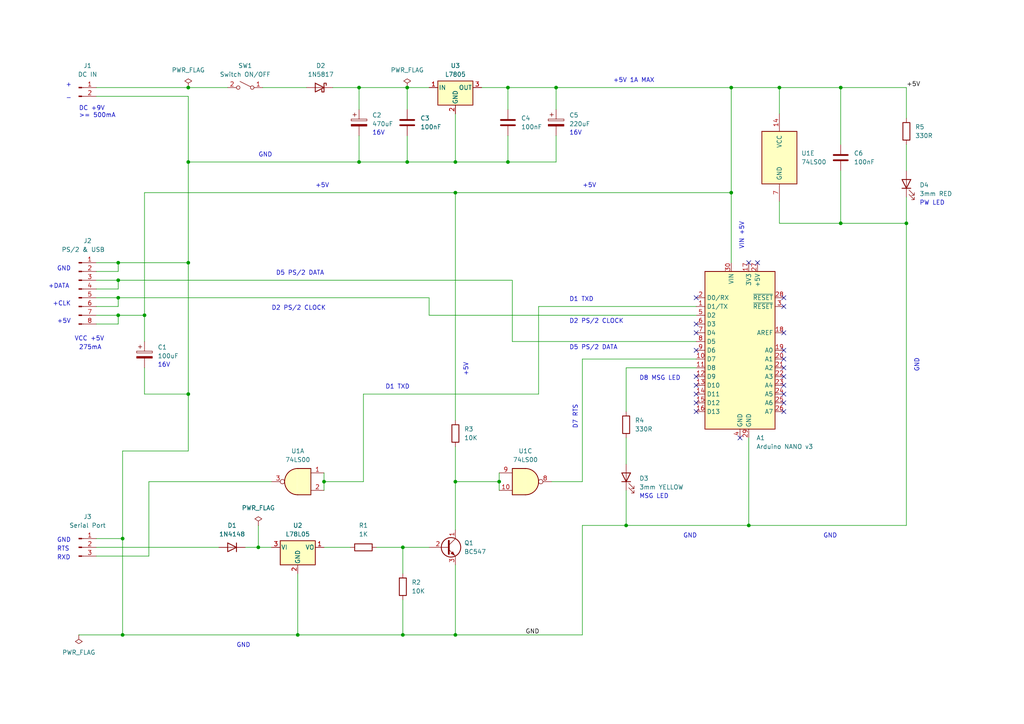
<source format=kicad_sch>
(kicad_sch (version 20230121) (generator eeschema)
  (paper "A4")
  (title_block (title "PS/2 Mouse to Serial Port Adapter") (date "2023-08-28") (rev "6") (company "Cesar Rincon") (comment 1 "NightFox & Co.") (comment 2 "nightfoxandco.com") (comment 3 "contact@nightfoxandco.com") (comment 4 "\"In-a-box\" version"))
  (lib_symbols
    (symbol "74xx:74LS00" (pin_names (offset 1.016))
      (property "Reference" "U" (at 0 1.27 0))
      (property "Value" "74LS00" (at 0 -1.27 0))
      (symbol "74LS00_1_1"
        (arc (start 0 -3.81) (mid 3.7934 0) (end 0 3.81) (stroke (width 0.254)) (fill (type background)))
        (polyline (pts (xy 0 3.81) (xy -3.81 3.81) (xy -3.81 -3.81) (xy 0 -3.81)) (stroke (width 0.254)) (fill (type background)))
        (pin input line (at -7.62 2.54 0) (length 3.81) (name "~") (number "1"))
        (pin input line (at -7.62 -2.54 0) (length 3.81) (name "~") (number "2"))
        (pin output inverted (at 7.62 0 180) (length 3.81) (name "~") (number "3"))
      )
      (symbol "74LS00_1_2"
        (arc (start -3.81 -3.81) (mid -2.589 0) (end -3.81 3.81) (stroke (width 0.254)))
        (arc (start -0.6096 -3.81) (mid 2.1842 -2.5851) (end 3.81 0) (stroke (width 0.254)) (fill (type background)))
        (polyline (pts (xy -3.81 -3.81) (xy -0.635 -3.81)) (stroke (width 0.254)) (fill (type background)))
        (polyline (pts (xy -3.81 3.81) (xy -0.635 3.81)) (stroke (width 0.254)) (fill (type background)))
        (polyline (pts (xy -0.635 3.81) (xy -3.81 3.81) (xy -3.81 3.81) (xy -3.556 3.4036) (xy -3.0226 2.2606) (xy -2.6924 1.0414) (xy -2.6162 -0.254) (xy -2.7686 -1.4986) (xy -3.175 -2.7178) (xy -3.81 -3.81) (xy -3.81 -3.81) (xy -0.635 -3.81)) (stroke (width -25.4)) (fill (type background)))
        (arc (start 3.81 0) (mid 2.1915 2.5936) (end -0.6096 3.81) (stroke (width 0.254)) (fill (type background)))
        (pin input inverted (at -7.62 2.54 0) (length 4.318) (name "~") (number "1"))
        (pin input inverted (at -7.62 -2.54 0) (length 4.318) (name "~") (number "2"))
        (pin output line (at 7.62 0 180) (length 3.81) (name "~") (number "3"))
      )
      (symbol "74LS00_2_1"
        (arc (start 0 -3.81) (mid 3.7934 0) (end 0 3.81) (stroke (width 0.254)) (fill (type background)))
        (polyline (pts (xy 0 3.81) (xy -3.81 3.81) (xy -3.81 -3.81) (xy 0 -3.81)) (stroke (width 0.254)) (fill (type background)))
        (pin input line (at -7.62 2.54 0) (length 3.81) (name "~") (number "4"))
        (pin input line (at -7.62 -2.54 0) (length 3.81) (name "~") (number "5"))
        (pin output inverted (at 7.62 0 180) (length 3.81) (name "~") (number "6"))
      )
      (symbol "74LS00_2_2"
        (arc (start -3.81 -3.81) (mid -2.589 0) (end -3.81 3.81) (stroke (width 0.254)))
        (arc (start -0.6096 -3.81) (mid 2.1842 -2.5851) (end 3.81 0) (stroke (width 0.254)) (fill (type background)))
        (polyline (pts (xy -3.81 -3.81) (xy -0.635 -3.81)) (stroke (width 0.254)) (fill (type background)))
        (polyline (pts (xy -3.81 3.81) (xy -0.635 3.81)) (stroke (width 0.254)) (fill (type background)))
        (polyline (pts (xy -0.635 3.81) (xy -3.81 3.81) (xy -3.81 3.81) (xy -3.556 3.4036) (xy -3.0226 2.2606) (xy -2.6924 1.0414) (xy -2.6162 -0.254) (xy -2.7686 -1.4986) (xy -3.175 -2.7178) (xy -3.81 -3.81) (xy -3.81 -3.81) (xy -0.635 -3.81)) (stroke (width -25.4)) (fill (type background)))
        (arc (start 3.81 0) (mid 2.1915 2.5936) (end -0.6096 3.81) (stroke (width 0.254)) (fill (type background)))
        (pin input inverted (at -7.62 2.54 0) (length 4.318) (name "~") (number "4"))
        (pin input inverted (at -7.62 -2.54 0) (length 4.318) (name "~") (number "5"))
        (pin output line (at 7.62 0 180) (length 3.81) (name "~") (number "6"))
      )
      (symbol "74LS00_3_1"
        (arc (start 0 -3.81) (mid 3.7934 0) (end 0 3.81) (stroke (width 0.254)) (fill (type background)))
        (polyline (pts (xy 0 3.81) (xy -3.81 3.81) (xy -3.81 -3.81) (xy 0 -3.81)) (stroke (width 0.254)) (fill (type background)))
        (pin input line (at -7.62 -2.54 0) (length 3.81) (name "~") (number "10"))
        (pin output inverted (at 7.62 0 180) (length 3.81) (name "~") (number "8"))
        (pin input line (at -7.62 2.54 0) (length 3.81) (name "~") (number "9"))
      )
      (symbol "74LS00_3_2"
        (arc (start -3.81 -3.81) (mid -2.589 0) (end -3.81 3.81) (stroke (width 0.254)))
        (arc (start -0.6096 -3.81) (mid 2.1842 -2.5851) (end 3.81 0) (stroke (width 0.254)) (fill (type background)))
        (polyline (pts (xy -3.81 -3.81) (xy -0.635 -3.81)) (stroke (width 0.254)) (fill (type background)))
        (polyline (pts (xy -3.81 3.81) (xy -0.635 3.81)) (stroke (width 0.254)) (fill (type background)))
        (polyline (pts (xy -0.635 3.81) (xy -3.81 3.81) (xy -3.81 3.81) (xy -3.556 3.4036) (xy -3.0226 2.2606) (xy -2.6924 1.0414) (xy -2.6162 -0.254) (xy -2.7686 -1.4986) (xy -3.175 -2.7178) (xy -3.81 -3.81) (xy -3.81 -3.81) (xy -0.635 -3.81)) (stroke (width -25.4)) (fill (type background)))
        (arc (start 3.81 0) (mid 2.1915 2.5936) (end -0.6096 3.81) (stroke (width 0.254)) (fill (type background)))
        (pin input inverted (at -7.62 -2.54 0) (length 4.318) (name "~") (number "10"))
        (pin output line (at 7.62 0 180) (length 3.81) (name "~") (number "8"))
        (pin input inverted (at -7.62 2.54 0) (length 4.318) (name "~") (number "9"))
      )
      (symbol "74LS00_4_1"
        (arc (start 0 -3.81) (mid 3.7934 0) (end 0 3.81) (stroke (width 0.254)) (fill (type background)))
        (polyline (pts (xy 0 3.81) (xy -3.81 3.81) (xy -3.81 -3.81) (xy 0 -3.81)) (stroke (width 0.254)) (fill (type background)))
        (pin output inverted (at 7.62 0 180) (length 3.81) (name "~") (number "11"))
        (pin input line (at -7.62 2.54 0) (length 3.81) (name "~") (number "12"))
        (pin input line (at -7.62 -2.54 0) (length 3.81) (name "~") (number "13"))
      )
      (symbol "74LS00_4_2"
        (arc (start -3.81 -3.81) (mid -2.589 0) (end -3.81 3.81) (stroke (width 0.254)))
        (arc (start -0.6096 -3.81) (mid 2.1842 -2.5851) (end 3.81 0) (stroke (width 0.254)) (fill (type background)))
        (polyline (pts (xy -3.81 -3.81) (xy -0.635 -3.81)) (stroke (width 0.254)) (fill (type background)))
        (polyline (pts (xy -3.81 3.81) (xy -0.635 3.81)) (stroke (width 0.254)) (fill (type background)))
        (polyline (pts (xy -0.635 3.81) (xy -3.81 3.81) (xy -3.81 3.81) (xy -3.556 3.4036) (xy -3.0226 2.2606) (xy -2.6924 1.0414) (xy -2.6162 -0.254) (xy -2.7686 -1.4986) (xy -3.175 -2.7178) (xy -3.81 -3.81) (xy -3.81 -3.81) (xy -0.635 -3.81)) (stroke (width -25.4)) (fill (type background)))
        (arc (start 3.81 0) (mid 2.1915 2.5936) (end -0.6096 3.81) (stroke (width 0.254)) (fill (type background)))
        (pin output line (at 7.62 0 180) (length 3.81) (name "~") (number "11"))
        (pin input inverted (at -7.62 2.54 0) (length 4.318) (name "~") (number "12"))
        (pin input inverted (at -7.62 -2.54 0) (length 4.318) (name "~") (number "13"))
      )
      (symbol "74LS00_5_0"
        (pin power_in line (at 0 12.7 270) (length 5.08) (name "VCC") (number "14"))
        (pin power_in line (at 0 -12.7 90) (length 5.08) (name "GND") (number "7"))
      )
      (symbol "74LS00_5_1"
        (rectangle (start -5.08 7.62) (end 5.08 -7.62) (stroke (width 0.254)) (fill (type background)))
      )
    )
    (symbol "Connector:Conn_01x02_Pin" (pin_names (offset 1.016) hide)
      (property "Reference" "J" (at 0 2.54 0))
      (property "Value" "Conn_01x02_Pin" (at 0 -5.08 0))
      (symbol "Conn_01x02_Pin_1_1"
        (polyline (pts (xy 1.27 -2.54) (xy 0.8636 -2.54)) (stroke (width 0.1524)))
        (polyline (pts (xy 1.27 0) (xy 0.8636 0)) (stroke (width 0.1524)))
        (rectangle (start 0.8636 -2.413) (end 0 -2.667) (stroke (width 0.1524)) (fill (type outline)))
        (rectangle (start 0.8636 0.127) (end 0 -0.127) (stroke (width 0.1524)) (fill (type outline)))
        (pin passive line (at 5.08 0 180) (length 3.81) (name "Pin_1") (number "1"))
        (pin passive line (at 5.08 -2.54 180) (length 3.81) (name "Pin_2") (number "2"))
      )
    )
    (symbol "Connector:Conn_01x03_Pin" (pin_names (offset 1.016) hide)
      (property "Reference" "J" (at 0 5.08 0))
      (property "Value" "Conn_01x03_Pin" (at 0 -5.08 0))
      (symbol "Conn_01x03_Pin_1_1"
        (polyline (pts (xy 1.27 -2.54) (xy 0.8636 -2.54)) (stroke (width 0.1524)))
        (polyline (pts (xy 1.27 0) (xy 0.8636 0)) (stroke (width 0.1524)))
        (polyline (pts (xy 1.27 2.54) (xy 0.8636 2.54)) (stroke (width 0.1524)))
        (rectangle (start 0.8636 -2.413) (end 0 -2.667) (stroke (width 0.1524)) (fill (type outline)))
        (rectangle (start 0.8636 0.127) (end 0 -0.127) (stroke (width 0.1524)) (fill (type outline)))
        (rectangle (start 0.8636 2.667) (end 0 2.413) (stroke (width 0.1524)) (fill (type outline)))
        (pin passive line (at 5.08 2.54 180) (length 3.81) (name "Pin_1") (number "1"))
        (pin passive line (at 5.08 0 180) (length 3.81) (name "Pin_2") (number "2"))
        (pin passive line (at 5.08 -2.54 180) (length 3.81) (name "Pin_3") (number "3"))
      )
    )
    (symbol "Connector:Conn_01x08_Pin" (pin_names (offset 1.016) hide)
      (property "Reference" "J" (at 0 10.16 0))
      (property "Value" "Conn_01x08_Pin" (at 0 -12.7 0))
      (symbol "Conn_01x08_Pin_1_1"
        (polyline (pts (xy 1.27 -10.16) (xy 0.8636 -10.16)) (stroke (width 0.1524)))
        (polyline (pts (xy 1.27 -7.62) (xy 0.8636 -7.62)) (stroke (width 0.1524)))
        (polyline (pts (xy 1.27 -5.08) (xy 0.8636 -5.08)) (stroke (width 0.1524)))
        (polyline (pts (xy 1.27 -2.54) (xy 0.8636 -2.54)) (stroke (width 0.1524)))
        (polyline (pts (xy 1.27 0) (xy 0.8636 0)) (stroke (width 0.1524)))
        (polyline (pts (xy 1.27 2.54) (xy 0.8636 2.54)) (stroke (width 0.1524)))
        (polyline (pts (xy 1.27 5.08) (xy 0.8636 5.08)) (stroke (width 0.1524)))
        (polyline (pts (xy 1.27 7.62) (xy 0.8636 7.62)) (stroke (width 0.1524)))
        (rectangle (start 0.8636 -10.033) (end 0 -10.287) (stroke (width 0.1524)) (fill (type outline)))
        (rectangle (start 0.8636 -7.493) (end 0 -7.747) (stroke (width 0.1524)) (fill (type outline)))
        (rectangle (start 0.8636 -4.953) (end 0 -5.207) (stroke (width 0.1524)) (fill (type outline)))
        (rectangle (start 0.8636 -2.413) (end 0 -2.667) (stroke (width 0.1524)) (fill (type outline)))
        (rectangle (start 0.8636 0.127) (end 0 -0.127) (stroke (width 0.1524)) (fill (type outline)))
        (rectangle (start 0.8636 2.667) (end 0 2.413) (stroke (width 0.1524)) (fill (type outline)))
        (rectangle (start 0.8636 5.207) (end 0 4.953) (stroke (width 0.1524)) (fill (type outline)))
        (rectangle (start 0.8636 7.747) (end 0 7.493) (stroke (width 0.1524)) (fill (type outline)))
        (pin passive line (at 5.08 7.62 180) (length 3.81) (name "Pin_1") (number "1"))
        (pin passive line (at 5.08 5.08 180) (length 3.81) (name "Pin_2") (number "2"))
        (pin passive line (at 5.08 2.54 180) (length 3.81) (name "Pin_3") (number "3"))
        (pin passive line (at 5.08 0 180) (length 3.81) (name "Pin_4") (number "4"))
        (pin passive line (at 5.08 -2.54 180) (length 3.81) (name "Pin_5") (number "5"))
        (pin passive line (at 5.08 -5.08 180) (length 3.81) (name "Pin_6") (number "6"))
        (pin passive line (at 5.08 -7.62 180) (length 3.81) (name "Pin_7") (number "7"))
        (pin passive line (at 5.08 -10.16 180) (length 3.81) (name "Pin_8") (number "8"))
      )
    )
    (symbol "Device:C" (pin_numbers hide) (pin_names (offset 0.254))
      (property "Reference" "C" (at 0.635 2.54 0))
      (property "Value" "C" (at 0.635 -2.54 0))
      (symbol "C_0_1"
        (polyline (pts (xy -2.032 -0.762) (xy 2.032 -0.762)) (stroke (width 0.508)))
        (polyline (pts (xy -2.032 0.762) (xy 2.032 0.762)) (stroke (width 0.508)))
      )
      (symbol "C_1_1"
        (pin passive line (at 0 3.81 270) (length 2.794) (name "~") (number "1"))
        (pin passive line (at 0 -3.81 90) (length 2.794) (name "~") (number "2"))
      )
    )
    (symbol "Device:C_Polarized" (pin_numbers hide) (pin_names (offset 0.254))
      (property "Reference" "C" (at 0.635 2.54 0))
      (property "Value" "C_Polarized" (at 0.635 -2.54 0))
      (symbol "C_Polarized_0_1"
        (rectangle (start -2.286 0.508) (end 2.286 1.016))
        (polyline (pts (xy -1.778 2.286) (xy -0.762 2.286)))
        (polyline (pts (xy -1.27 2.794) (xy -1.27 1.778)))
        (rectangle (start 2.286 -0.508) (end -2.286 -1.016) (fill (type outline)))
      )
      (symbol "C_Polarized_1_1"
        (pin passive line (at 0 3.81 270) (length 2.794) (name "~") (number "1"))
        (pin passive line (at 0 -3.81 90) (length 2.794) (name "~") (number "2"))
      )
    )
    (symbol "Device:LED" (pin_numbers hide) (pin_names (offset 1.016) hide)
      (property "Reference" "D" (at 0 2.54 0))
      (property "Value" "LED" (at 0 -2.54 0))
      (symbol "LED_0_1"
        (polyline (pts (xy -1.27 -1.27) (xy -1.27 1.27)) (stroke (width 0.254)))
        (polyline (pts (xy -1.27 0) (xy 1.27 0)))
        (polyline (pts (xy 1.27 -1.27) (xy 1.27 1.27) (xy -1.27 0) (xy 1.27 -1.27)) (stroke (width 0.254)))
        (polyline (pts (xy -3.048 -0.762) (xy -4.572 -2.286) (xy -3.81 -2.286) (xy -4.572 -2.286) (xy -4.572 -1.524)))
        (polyline (pts (xy -1.778 -0.762) (xy -3.302 -2.286) (xy -2.54 -2.286) (xy -3.302 -2.286) (xy -3.302 -1.524)))
      )
      (symbol "LED_1_1"
        (pin passive line (at -3.81 0 0) (length 2.54) (name "K") (number "1"))
        (pin passive line (at 3.81 0 180) (length 2.54) (name "A") (number "2"))
      )
    )
    (symbol "Device:R" (pin_numbers hide) (pin_names (offset 0))
      (property "Reference" "R" (at 2.032 0 90))
      (property "Value" "R" (at 0 0 90))
      (symbol "R_0_1"
        (rectangle (start -1.016 -2.54) (end 1.016 2.54) (stroke (width 0.254)))
      )
      (symbol "R_1_1"
        (pin passive line (at 0 3.81 270) (length 1.27) (name "~") (number "1"))
        (pin passive line (at 0 -3.81 90) (length 1.27) (name "~") (number "2"))
      )
    )
    (symbol "Diode:1N4148" (pin_numbers hide) (pin_names hide)
      (property "Reference" "D" (at 0 2.54 0))
      (property "Value" "1N4148" (at 0 -2.54 0))
      (symbol "1N4148_0_1"
        (polyline (pts (xy -1.27 1.27) (xy -1.27 -1.27)) (stroke (width 0.254)))
        (polyline (pts (xy 1.27 0) (xy -1.27 0)))
        (polyline (pts (xy 1.27 1.27) (xy 1.27 -1.27) (xy -1.27 0) (xy 1.27 1.27)) (stroke (width 0.254)))
      )
      (symbol "1N4148_1_1"
        (pin passive line (at -3.81 0 0) (length 2.54) (name "K") (number "1"))
        (pin passive line (at 3.81 0 180) (length 2.54) (name "A") (number "2"))
      )
    )
    (symbol "Diode:1N5817" (pin_numbers hide) (pin_names (offset 1.016) hide)
      (property "Reference" "D" (at 0 2.54 0))
      (property "Value" "1N5817" (at 0 -2.54 0))
      (symbol "1N5817_0_1"
        (polyline (pts (xy 1.27 0) (xy -1.27 0)))
        (polyline (pts (xy 1.27 1.27) (xy 1.27 -1.27) (xy -1.27 0) (xy 1.27 1.27)) (stroke (width 0.254)))
        (polyline (pts (xy -1.905 0.635) (xy -1.905 1.27) (xy -1.27 1.27) (xy -1.27 -1.27) (xy -0.635 -1.27) (xy -0.635 -0.635)) (stroke (width 0.254)))
      )
      (symbol "1N5817_1_1"
        (pin passive line (at -3.81 0 0) (length 2.54) (name "K") (number "1"))
        (pin passive line (at 3.81 0 180) (length 2.54) (name "A") (number "2"))
      )
    )
    (symbol "MCU_Module:Arduino_Nano_v3.x"
      (property "Reference" "A" (at -10.16 23.495 0))
      (property "Value" "Arduino_Nano_v3.x" (at 5.08 -24.13 0))
      (symbol "Arduino_Nano_v3.x_0_1"
        (rectangle (start -10.16 22.86) (end 10.16 -22.86) (stroke (width 0.254)) (fill (type background)))
      )
      (symbol "Arduino_Nano_v3.x_1_1"
        (pin bidirectional line (at -12.7 12.7 0) (length 2.54) (name "D1/TX") (number "1"))
        (pin bidirectional line (at -12.7 -2.54 0) (length 2.54) (name "D7") (number "10"))
        (pin bidirectional line (at -12.7 -5.08 0) (length 2.54) (name "D8") (number "11"))
        (pin bidirectional line (at -12.7 -7.62 0) (length 2.54) (name "D9") (number "12"))
        (pin bidirectional line (at -12.7 -10.16 0) (length 2.54) (name "D10") (number "13"))
        (pin bidirectional line (at -12.7 -12.7 0) (length 2.54) (name "D11") (number "14"))
        (pin bidirectional line (at -12.7 -15.24 0) (length 2.54) (name "D12") (number "15"))
        (pin bidirectional line (at -12.7 -17.78 0) (length 2.54) (name "D13") (number "16"))
        (pin power_out line (at 2.54 25.4 270) (length 2.54) (name "3V3") (number "17"))
        (pin input line (at 12.7 5.08 180) (length 2.54) (name "AREF") (number "18"))
        (pin bidirectional line (at 12.7 0 180) (length 2.54) (name "A0") (number "19"))
        (pin bidirectional line (at -12.7 15.24 0) (length 2.54) (name "D0/RX") (number "2"))
        (pin bidirectional line (at 12.7 -2.54 180) (length 2.54) (name "A1") (number "20"))
        (pin bidirectional line (at 12.7 -5.08 180) (length 2.54) (name "A2") (number "21"))
        (pin bidirectional line (at 12.7 -7.62 180) (length 2.54) (name "A3") (number "22"))
        (pin bidirectional line (at 12.7 -10.16 180) (length 2.54) (name "A4") (number "23"))
        (pin bidirectional line (at 12.7 -12.7 180) (length 2.54) (name "A5") (number "24"))
        (pin bidirectional line (at 12.7 -15.24 180) (length 2.54) (name "A6") (number "25"))
        (pin bidirectional line (at 12.7 -17.78 180) (length 2.54) (name "A7") (number "26"))
        (pin power_out line (at 5.08 25.4 270) (length 2.54) (name "+5V") (number "27"))
        (pin input line (at 12.7 15.24 180) (length 2.54) (name "~{RESET}") (number "28"))
        (pin power_in line (at 2.54 -25.4 90) (length 2.54) (name "GND") (number "29"))
        (pin input line (at 12.7 12.7 180) (length 2.54) (name "~{RESET}") (number "3"))
        (pin power_in line (at -2.54 25.4 270) (length 2.54) (name "VIN") (number "30"))
        (pin power_in line (at 0 -25.4 90) (length 2.54) (name "GND") (number "4"))
        (pin bidirectional line (at -12.7 10.16 0) (length 2.54) (name "D2") (number "5"))
        (pin bidirectional line (at -12.7 7.62 0) (length 2.54) (name "D3") (number "6"))
        (pin bidirectional line (at -12.7 5.08 0) (length 2.54) (name "D4") (number "7"))
        (pin bidirectional line (at -12.7 2.54 0) (length 2.54) (name "D5") (number "8"))
        (pin bidirectional line (at -12.7 0 0) (length 2.54) (name "D6") (number "9"))
      )
    )
    (symbol "Mechanical:MountingHole" (pin_names (offset 1.016))
      (property "Reference" "H" (at 0 5.08 0))
      (property "Value" "MountingHole" (at 0 3.175 0))
      (symbol "MountingHole_0_1"
        (circle (center 0 0) (radius 1.27) (stroke (width 1.27)))
      )
    )
    (symbol "Regulator_Linear:L7805" (pin_names (offset 0.254))
      (property "Reference" "U" (at -3.81 3.175 0))
      (property "Value" "L7805" (at 0 3.175 0))
      (symbol "L7805_0_1"
        (rectangle (start -5.08 1.905) (end 5.08 -5.08) (stroke (width 0.254)) (fill (type background)))
      )
      (symbol "L7805_1_1"
        (pin power_in line (at -7.62 0 0) (length 2.54) (name "IN") (number "1"))
        (pin power_in line (at 0 -7.62 90) (length 2.54) (name "GND") (number "2"))
        (pin power_out line (at 7.62 0 180) (length 2.54) (name "OUT") (number "3"))
      )
    )
    (symbol "Regulator_Linear:L78L05_TO92" (pin_names (offset 0.254))
      (property "Reference" "U" (at -3.81 3.175 0))
      (property "Value" "L78L05_TO92" (at 0 3.175 0))
      (symbol "L78L05_TO92_0_1"
        (rectangle (start -5.08 -5.08) (end 5.08 1.905) (stroke (width 0.254)) (fill (type background)))
      )
      (symbol "L78L05_TO92_1_1"
        (pin power_out line (at 7.62 0 180) (length 2.54) (name "VO") (number "1"))
        (pin power_in line (at 0 -7.62 90) (length 2.54) (name "GND") (number "2"))
        (pin power_in line (at -7.62 0 0) (length 2.54) (name "VI") (number "3"))
      )
    )
    (symbol "Switch:SW_SPST" (pin_names (offset 0) hide)
      (property "Reference" "SW" (at 0 3.175 0))
      (property "Value" "SW_SPST" (at 0 -2.54 0))
      (symbol "SW_SPST_0_0"
        (circle (center -2.032 0) (radius 0.508))
        (polyline (pts (xy -1.524 0.254) (xy 1.524 1.778)))
        (circle (center 2.032 0) (radius 0.508))
      )
      (symbol "SW_SPST_1_1"
        (pin passive line (at -5.08 0 0) (length 2.54) (name "A") (number "1"))
        (pin passive line (at 5.08 0 180) (length 2.54) (name "B") (number "2"))
      )
    )
    (symbol "Transistor_BJT:BC547" (pin_names (offset 0) hide)
      (property "Reference" "Q" (at 5.08 1.905 0))
      (property "Value" "BC547" (at 5.08 0 0))
      (symbol "BC547_0_1"
        (polyline (pts (xy 0 0) (xy 0.635 0)))
        (polyline (pts (xy 0.635 0.635) (xy 2.54 2.54)))
        (polyline (pts (xy 0.635 -0.635) (xy 2.54 -2.54) (xy 2.54 -2.54)))
        (polyline (pts (xy 0.635 1.905) (xy 0.635 -1.905) (xy 0.635 -1.905)) (stroke (width 0.508)))
        (polyline (pts (xy 1.27 -1.778) (xy 1.778 -1.27) (xy 2.286 -2.286) (xy 1.27 -1.778) (xy 1.27 -1.778)) (fill (type outline)))
        (circle (center 1.27 0) (radius 2.8194) (stroke (width 0.254)))
      )
      (symbol "BC547_1_1"
        (pin passive line (at 2.54 5.08 270) (length 2.54) (name "C") (number "1"))
        (pin input line (at -5.08 0 0) (length 5.08) (name "B") (number "2"))
        (pin passive line (at 2.54 -5.08 90) (length 2.54) (name "E") (number "3"))
      )
    )
    (symbol "power:PWR_FLAG" (power) (pin_numbers hide) (pin_names (offset 0) hide)
      (property "Value" "PWR_FLAG" (at 0 3.81 0))
      (symbol "PWR_FLAG_0_0"
        (pin power_out line (at 0 0 90) (length 0) (name "pwr") (number "1"))
      )
      (symbol "PWR_FLAG_0_1"
        (polyline (pts (xy 0 0) (xy 0 1.27) (xy -1.016 1.905) (xy 0 2.54) (xy 1.016 1.905) (xy 0 1.27)))
      )
    )
  )
  (junction (at 262.89 64.77))
  (junction (at 41.91 91.44))
  (junction (at 34.29 91.44))
  (junction (at 118.11 46.99))
  (junction (at 144.78 139.7))
  (junction (at 104.14 46.99))
  (junction (at 34.29 86.36))
  (junction (at 181.61 152.4))
  (junction (at 104.14 25.4))
  (junction (at 93.98 139.7))
  (junction (at 54.61 114.3))
  (junction (at 212.09 25.4))
  (junction (at 132.08 184.15))
  (junction (at 116.84 158.75))
  (junction (at 118.11 25.4))
  (junction (at 161.29 25.4))
  (junction (at 34.29 76.2))
  (junction (at 132.08 46.99))
  (junction (at 147.32 46.99))
  (junction (at 74.93 158.75))
  (junction (at 243.84 25.4))
  (junction (at 243.84 64.77))
  (junction (at 132.08 139.7))
  (junction (at 34.29 81.28))
  (junction (at 54.61 76.2))
  (junction (at 116.84 184.15))
  (junction (at 226.06 25.4))
  (junction (at 212.09 55.88))
  (junction (at 35.56 184.15))
  (junction (at 86.36 184.15))
  (junction (at 132.08 55.88))
  (junction (at 217.17 152.4))
  (junction (at 147.32 25.4))
  (junction (at 54.61 46.99))
  (junction (at 35.56 156.21))
  (junction (at 54.61 25.4))
  (no_connect (at 219.71 76.2))
  (no_connect (at 227.33 114.3))
  (no_connect (at 227.33 104.14))
  (no_connect (at -88.9 33.02))
  (no_connect (at 227.33 119.38))
  (no_connect (at 227.33 88.9))
  (no_connect (at -73.66 35.56))
  (no_connect (at 201.93 96.52))
  (no_connect (at 227.33 96.52))
  (no_connect (at 217.17 76.2))
  (no_connect (at -88.9 12.7))
  (no_connect (at 227.33 86.36))
  (no_connect (at 201.93 114.3))
  (no_connect (at -88.9 7.62))
  (no_connect (at 227.33 116.84))
  (no_connect (at 201.93 111.76))
  (no_connect (at 214.63 127))
  (no_connect (at 227.33 101.6))
  (no_connect (at 201.93 86.36))
  (no_connect (at 227.33 106.68))
  (no_connect (at 201.93 119.38))
  (no_connect (at -88.9 38.1))
  (no_connect (at -73.66 10.16))
  (no_connect (at 227.33 111.76))
  (no_connect (at 201.93 93.98))
  (no_connect (at 201.93 109.22))
  (no_connect (at 227.33 109.22))
  (no_connect (at 201.93 101.6))
  (no_connect (at 201.93 116.84))
  (wire (pts (xy 243.84 64.77) (xy 262.89 64.77)))
  (wire (pts (xy 139.7 25.4) (xy 147.32 25.4)))
  (wire (pts (xy 160.02 139.7) (xy 168.91 139.7)))
  (wire (pts (xy 41.91 91.44) (xy 41.91 99.06)))
  (wire (pts (xy 124.46 91.44) (xy 201.93 91.44)))
  (wire (pts (xy 54.61 25.4) (xy 66.04 25.4)))
  (wire (pts (xy 132.08 55.88) (xy 212.09 55.88)))
  (wire (pts (xy 54.61 76.2) (xy 54.61 114.3)))
  (wire (pts (xy 34.29 91.44) (xy 27.94 91.44)))
  (wire (pts (xy 27.94 88.9) (xy 34.29 88.9)))
  (wire (pts (xy 54.61 130.81) (xy 35.56 130.81)))
  (wire (pts (xy 41.91 106.68) (xy 41.91 114.3)))
  (wire (pts (xy 109.22 158.75) (xy 116.84 158.75)))
  (wire (pts (xy 144.78 137.16) (xy 144.78 139.7)))
  (wire (pts (xy 132.08 139.7) (xy 144.78 139.7)))
  (wire (pts (xy 118.11 46.99) (xy 132.08 46.99)))
  (wire (pts (xy 262.89 25.4) (xy 262.89 34.29)))
  (wire (pts (xy 226.06 64.77) (xy 243.84 64.77)))
  (wire (pts (xy 147.32 25.4) (xy 147.32 31.75)))
  (wire (pts (xy 212.09 25.4) (xy 226.06 25.4)))
  (wire (pts (xy 118.11 25.4) (xy 124.46 25.4)))
  (wire (pts (xy 93.98 137.16) (xy 93.98 139.7)))
  (wire (pts (xy 27.94 83.82) (xy 34.29 83.82)))
  (wire (pts (xy 34.29 88.9) (xy 34.29 86.36)))
  (wire (pts (xy 104.14 46.99) (xy 118.11 46.99)))
  (wire (pts (xy 54.61 46.99) (xy 54.61 76.2)))
  (wire (pts (xy 168.91 104.14) (xy 201.93 104.14)))
  (wire (pts (xy 161.29 25.4) (xy 161.29 31.75)))
  (wire (pts (xy 243.84 25.4) (xy 262.89 25.4)))
  (wire (pts (xy 181.61 127) (xy 181.61 134.62)))
  (wire (pts (xy 74.93 152.4) (xy 74.93 158.75)))
  (wire (pts (xy 54.61 46.99) (xy 104.14 46.99)))
  (wire (pts (xy 41.91 55.88) (xy 41.91 91.44)))
  (wire (pts (xy 27.94 93.98) (xy 34.29 93.98)))
  (wire (pts (xy 118.11 25.4) (xy 118.11 31.75)))
  (wire (pts (xy 27.94 76.2) (xy 34.29 76.2)))
  (wire (pts (xy 27.94 158.75) (xy 63.5 158.75)))
  (wire (pts (xy 74.93 158.75) (xy 78.74 158.75)))
  (wire (pts (xy 132.08 46.99) (xy 132.08 33.02)))
  (wire (pts (xy 27.94 161.29) (xy 43.18 161.29)))
  (wire (pts (xy 71.12 158.75) (xy 74.93 158.75)))
  (wire (pts (xy 116.84 184.15) (xy 132.08 184.15)))
  (wire (pts (xy 43.18 139.7) (xy 78.74 139.7)))
  (wire (pts (xy 118.11 46.99) (xy 118.11 39.37)))
  (wire (pts (xy 156.21 114.3) (xy 156.21 88.9)))
  (wire (pts (xy 105.41 114.3) (xy 105.41 139.7)))
  (wire (pts (xy 201.93 106.68) (xy 181.61 106.68)))
  (wire (pts (xy 35.56 156.21) (xy 35.56 184.15)))
  (wire (pts (xy 35.56 184.15) (xy 86.36 184.15)))
  (wire (pts (xy 132.08 139.7) (xy 132.08 129.54)))
  (wire (pts (xy 27.94 86.36) (xy 34.29 86.36)))
  (wire (pts (xy 168.91 139.7) (xy 168.91 104.14)))
  (wire (pts (xy 217.17 127) (xy 217.17 152.4)))
  (wire (pts (xy 34.29 86.36) (xy 124.46 86.36)))
  (wire (pts (xy 262.89 64.77) (xy 262.89 57.15)))
  (wire (pts (xy 34.29 83.82) (xy 34.29 81.28)))
  (wire (pts (xy 54.61 114.3) (xy 54.61 130.81)))
  (wire (pts (xy 148.59 99.06) (xy 201.93 99.06)))
  (wire (pts (xy 104.14 25.4) (xy 118.11 25.4)))
  (wire (pts (xy 132.08 184.15) (xy 168.91 184.15)))
  (wire (pts (xy 93.98 139.7) (xy 93.98 142.24)))
  (wire (pts (xy 27.94 81.28) (xy 34.29 81.28)))
  (wire (pts (xy 148.59 81.28) (xy 148.59 99.06)))
  (wire (pts (xy 243.84 25.4) (xy 243.84 41.91)))
  (wire (pts (xy 147.32 46.99) (xy 147.32 39.37)))
  (wire (pts (xy 226.06 58.42) (xy 226.06 64.77)))
  (wire (pts (xy 262.89 152.4) (xy 262.89 64.77)))
  (wire (pts (xy 86.36 166.37) (xy 86.36 184.15)))
  (wire (pts (xy 41.91 55.88) (xy 132.08 55.88)))
  (wire (pts (xy 34.29 76.2) (xy 54.61 76.2)))
  (wire (pts (xy 156.21 88.9) (xy 201.93 88.9)))
  (wire (pts (xy 34.29 93.98) (xy 34.29 91.44)))
  (wire (pts (xy 41.91 91.44) (xy 34.29 91.44)))
  (wire (pts (xy 161.29 25.4) (xy 212.09 25.4)))
  (wire (pts (xy 34.29 76.2) (xy 34.29 78.74)))
  (wire (pts (xy 93.98 158.75) (xy 101.6 158.75)))
  (wire (pts (xy 124.46 86.36) (xy 124.46 91.44)))
  (wire (pts (xy 22.86 184.15) (xy 35.56 184.15)))
  (wire (pts (xy 262.89 41.91) (xy 262.89 49.53)))
  (wire (pts (xy 181.61 152.4) (xy 217.17 152.4)))
  (wire (pts (xy 212.09 55.88) (xy 212.09 76.2)))
  (wire (pts (xy 147.32 25.4) (xy 161.29 25.4)))
  (wire (pts (xy 168.91 152.4) (xy 181.61 152.4)))
  (wire (pts (xy 27.94 27.94) (xy 54.61 27.94)))
  (wire (pts (xy 168.91 152.4) (xy 168.91 184.15)))
  (wire (pts (xy 41.91 114.3) (xy 54.61 114.3)))
  (wire (pts (xy 161.29 46.99) (xy 161.29 39.37)))
  (wire (pts (xy 116.84 158.75) (xy 116.84 166.37)))
  (wire (pts (xy 27.94 78.74) (xy 34.29 78.74)))
  (wire (pts (xy 144.78 139.7) (xy 144.78 142.24)))
  (wire (pts (xy 54.61 27.94) (xy 54.61 46.99)))
  (wire (pts (xy 181.61 152.4) (xy 181.61 142.24)))
  (wire (pts (xy 104.14 25.4) (xy 104.14 31.75)))
  (wire (pts (xy 226.06 25.4) (xy 226.06 33.02)))
  (wire (pts (xy 27.94 25.4) (xy 54.61 25.4)))
  (wire (pts (xy 132.08 163.83) (xy 132.08 184.15)))
  (wire (pts (xy 116.84 158.75) (xy 124.46 158.75)))
  (wire (pts (xy 116.84 173.99) (xy 116.84 184.15)))
  (wire (pts (xy 34.29 81.28) (xy 148.59 81.28)))
  (wire (pts (xy 132.08 46.99) (xy 147.32 46.99)))
  (wire (pts (xy 132.08 139.7) (xy 132.08 153.67)))
  (wire (pts (xy 96.52 25.4) (xy 104.14 25.4)))
  (wire (pts (xy 93.98 139.7) (xy 105.41 139.7)))
  (wire (pts (xy 86.36 184.15) (xy 116.84 184.15)))
  (wire (pts (xy 132.08 55.88) (xy 132.08 121.92)))
  (wire (pts (xy 243.84 49.53) (xy 243.84 64.77)))
  (wire (pts (xy 43.18 161.29) (xy 43.18 139.7)))
  (wire (pts (xy 217.17 152.4) (xy 262.89 152.4)))
  (wire (pts (xy 181.61 106.68) (xy 181.61 119.38)))
  (wire (pts (xy 104.14 39.37) (xy 104.14 46.99)))
  (wire (pts (xy 147.32 46.99) (xy 161.29 46.99)))
  (wire (pts (xy 212.09 25.4) (xy 212.09 55.88)))
  (wire (pts (xy 226.06 25.4) (xy 243.84 25.4)))
  (wire (pts (xy 105.41 114.3) (xy 156.21 114.3)))
  (wire (pts (xy 76.2 25.4) (xy 88.9 25.4)))
  (wire (pts (xy 27.94 156.21) (xy 35.56 156.21)))
  (wire (pts (xy 35.56 130.81) (xy 35.56 156.21)))
  (text "+CLK" (at 15.24 88.9 0) (effects (font (size 1.27 1.27)) (justify left bottom)))
  (text "PW LED" (at 266.7 59.69 0) (effects (font (size 1.27 1.27)) (justify left bottom)))
  (text "GND" (at 266.7 107.95 90) (effects (font (size 1.27 1.27)) (justify left bottom)))
  (text "16V" (at 165.1 39.37 0) (effects (font (size 1.27 1.27)) (justify left bottom)))
  (text "VCC +5V" (at 21.59 99.06 0) (effects (font (size 1.27 1.27)) (justify left bottom)))
  (text "GND" (at 16.51 78.74 0) (effects (font (size 1.27 1.27)) (justify left bottom)))
  (text "16V" (at 45.72 106.68 0) (effects (font (size 1.27 1.27)) (justify left bottom)))
  (text "MSG LED" (at 185.42 144.78 0) (effects (font (size 1.27 1.27)) (justify left bottom)))
  (text "+5V" (at 135.89 109.22 90) (effects (font (size 1.27 1.27)) (justify left bottom)))
  (text "D8 MSG LED" (at 185.42 110.49 0) (effects (font (size 1.27 1.27)) (justify left bottom)))
  (text "DC +9V\n>= 500mA" (at 22.86 34.29 0) (effects (font (size 1.27 1.27)) (justify left bottom)))
  (text "GND" (at 198.12 156.21 0) (effects (font (size 1.27 1.27)) (justify left bottom)))
  (text "RTS" (at 16.51 160.02 0) (effects (font (size 1.27 1.27)) (justify left bottom)))
  (text "D5 PS/2 DATA" (at 165.1 101.6 0) (effects (font (size 1.27 1.27)) (justify left bottom)))
  (text "D1 TXD" (at 165.1 87.63 0) (effects (font (size 1.27 1.27)) (justify left bottom)))
  (text "+5V" (at 91.44 54.61 0) (effects (font (size 1.27 1.27)) (justify left bottom)))
  (text "D1 TXD" (at 111.76 113.03 0) (effects (font (size 1.27 1.27)) (justify left bottom)))
  (text "D2 PS/2 CLOCK" (at 165.1 93.98 0) (effects (font (size 1.27 1.27)) (justify left bottom)))
  (text "GND" (at 68.58 187.96 0) (effects (font (size 1.27 1.27)) (justify left bottom)))
  (text "D2 PS/2 CLOCK" (at 78.74 90.17 0) (effects (font (size 1.27 1.27)) (justify left bottom)))
  (text "GND" (at 16.51 157.48 0) (effects (font (size 1.27 1.27)) (justify left bottom)))
  (text "-" (at 19.05 29.21 0) (effects (font (size 1.27 1.27)) (justify left bottom)))
  (text "16V" (at 107.95 39.37 0) (effects (font (size 1.27 1.27)) (justify left bottom)))
  (text "+5V" (at 16.51 93.98 0) (effects (font (size 1.27 1.27)) (justify left bottom)))
  (text "VIN +5V" (at 215.9 72.39 90) (effects (font (size 1.27 1.27)) (justify left bottom)))
  (text "RXD" (at 16.51 162.56 0) (effects (font (size 1.27 1.27)) (justify left bottom)))
  (text "D7 RTS" (at 167.64 124.46 90) (effects (font (size 1.27 1.27)) (justify left bottom)))
  (text "+" (at 19.05 25.4 0) (effects (font (size 1.27 1.27)) (justify left bottom)))
  (text "+5V 1A MAX" (at 177.8 24.13 0) (effects (font (size 1.27 1.27)) (justify left bottom)))
  (text "D5 PS/2 DATA" (at 80.01 80.01 0) (effects (font (size 1.27 1.27)) (justify left bottom)))
  (text "+DATA" (at 13.97 83.82 0) (effects (font (size 1.27 1.27)) (justify left bottom)))
  (text "GND" (at 238.76 156.21 0) (effects (font (size 1.27 1.27)) (justify left bottom)))
  (text "+5V" (at 168.91 54.61 0) (effects (font (size 1.27 1.27)) (justify left bottom)))
  (text "275mA" (at 22.86 101.6 0) (effects (font (size 1.27 1.27)) (justify left bottom)))
  (text "GND" (at 74.93 45.72 0) (effects (font (size 1.27 1.27)) (justify left bottom)))
  (label "+5V" (at 262.89 25.4 0))
  (label "GND" (at 152.4 184.15 0))
  (symbol (lib_id "Mechanical:MountingHole") (at -86.36 71.12 0) (unit 1)
    (property "Reference" "H3" (at -83.82 69.85 0) (effects (justify left)))
    (property "Value" "MountingHole" (at -83.82 72.39 0) (effects (justify left)))
    (property "Footprint" "MountingHole:MountingHole_3.2mm_M3" (effects hide))
  )
  (symbol (lib_id "Device:C") (at 243.84 45.72 0) (unit 1)
    (property "Reference" "C6" (at 247.65 44.45 0) (effects (justify left)))
    (property "Value" "100nF" (at 247.65 46.99 0) (effects (justify left)))
    (property "Footprint" "Capacitor_THT:C_Disc_D6.0mm_W2.5mm_P5.00mm" (effects hide))
  )
  (symbol (lib_id "74xx:74LS00") (at -81.28 35.56 0) (unit 4)
    (property "Reference" "U1" (at -81.2883 26.67 0))
    (property "Value" "74LS00" (at -81.2883 29.21 0))
    (property "Footprint" "Package_DIP:DIP-14_W7.62mm_Socket" (effects hide))
    (property "Datasheet" "http://www.ti.com/lit/gpn/sn74ls00" (effects hide))
  )
  (symbol (lib_id "Device:R") (at 262.89 38.1 0) (unit 1)
    (property "Reference" "R5" (at 265.43 36.83 0) (effects (justify left)))
    (property "Value" "330R" (at 265.43 39.37 0) (effects (justify left)))
    (property "Footprint" "Resistor_THT:R_Axial_DIN0207_L6.3mm_D2.5mm_P7.62mm_Horizontal" (effects hide))
  )
  (symbol (lib_id "Diode:1N5817") (at 92.71 25.4 0) (mirror y) (unit 1)
    (property "Reference" "D2" (at 93.0275 19.05 0))
    (property "Value" "1N5817" (at 93.0275 21.59 0))
    (property "Footprint" "Diode_THT:D_DO-41_SOD81_P10.16mm_Horizontal" (effects hide))
    (property "Datasheet" "http://www.vishay.com/docs/88525/1n5817.pdf" (effects hide))
  )
  (symbol (lib_id "Transistor_BJT:BC547") (at 129.54 158.75 0) (unit 1)
    (property "Reference" "Q1" (at 134.62 157.48 0) (effects (justify left)))
    (property "Value" "BC547" (at 134.62 160.02 0) (effects (justify left)))
    (property "Footprint" "Package_TO_SOT_THT:TO-92_HandSolder" (effects hide))
    (property "Datasheet" "https://www.onsemi.com/pub/Collateral/BC550-D.pdf" (effects hide))
  )
  (symbol (lib_id "Device:C") (at 147.32 35.56 0) (unit 1)
    (property "Reference" "C4" (at 151.13 34.29 0) (effects (justify left)))
    (property "Value" "100nF" (at 151.13 36.83 0) (effects (justify left)))
    (property "Footprint" "Capacitor_THT:C_Disc_D6.0mm_W2.5mm_P5.00mm" (effects hide))
  )
  (symbol (lib_id "Device:C_Polarized") (at 41.91 102.87 0) (unit 1)
    (property "Reference" "C1" (at 45.72 100.711 0) (effects (justify left)))
    (property "Value" "100uF" (at 45.72 103.251 0) (effects (justify left)))
    (property "Footprint" "Capacitor_THT:CP_Radial_D8.0mm_P3.80mm" (effects hide))
  )
  (symbol (lib_id "MCU_Module:Arduino_Nano_v3.x") (at 214.63 101.6 0) (unit 1)
    (property "Reference" "A1" (at 219.3641 127 0) (effects (justify left)))
    (property "Value" "Arduino NANO v3" (at 219.3641 129.54 0) (effects (justify left)))
    (property "Footprint" "Module:Arduino_Nano" (effects hide))
    (property "Datasheet" "http://www.mouser.com/pdfdocs/Gravitech_Arduino_Nano3_0.pdf" (effects hide))
  )
  (symbol (lib_id "Device:C_Polarized") (at 104.14 35.56 0) (unit 1)
    (property "Reference" "C2" (at 107.95 33.401 0) (effects (justify left)))
    (property "Value" "470uF" (at 107.95 35.941 0) (effects (justify left)))
    (property "Footprint" "Capacitor_THT:CP_Radial_D8.0mm_P3.80mm" (effects hide))
  )
  (symbol (lib_id "Regulator_Linear:L7805") (at 132.08 25.4 0) (unit 1)
    (property "Reference" "U3" (at 132.08 19.05 0))
    (property "Value" "L7805" (at 132.08 21.59 0))
    (property "Footprint" "Package_TO_SOT_THT:TO-220-3_Vertical" (effects hide))
    (property "Datasheet" "http://www.st.com/content/ccc/resource/technical/document/datasheet/41/4f/b3/b0/12/d4/47/88/CD00000444.pdf/files/CD00000444.pdf/jcr:content/translations/en.CD00000444.pdf" (effects hide))
  )
  (symbol (lib_id "Diode:1N4148") (at 67.31 158.75 0) (mirror y) (unit 1)
    (property "Reference" "D1" (at 67.31 152.4 0))
    (property "Value" "1N4148" (at 67.31 154.94 0))
    (property "Footprint" "Diode_THT:D_DO-35_SOD27_P7.62mm_Horizontal" (effects hide))
    (property "Datasheet" "https://assets.nexperia.com/documents/data-sheet/1N4148_1N4448.pdf" (effects hide))
    (property "Sim.Device" "D" (effects hide))
    (property "Sim.Pins" "1=K 2=A" (effects hide))
  )
  (symbol (lib_id "74xx:74LS00") (at 86.36 139.7 0) (mirror y) (unit 1)
    (property "Reference" "U1" (at 86.3683 130.81 0))
    (property "Value" "74LS00" (at 86.3683 133.35 0))
    (property "Footprint" "Package_DIP:DIP-14_W7.62mm_Socket" (effects hide))
    (property "Datasheet" "http://www.ti.com/lit/gpn/sn74ls00" (effects hide))
  )
  (symbol (lib_id "74xx:74LS00") (at 152.4 139.7 0) (unit 3)
    (property "Reference" "U1" (at 152.3917 130.81 0))
    (property "Value" "74LS00" (at 152.3917 133.35 0))
    (property "Footprint" "Package_DIP:DIP-14_W7.62mm_Socket" (effects hide))
    (property "Datasheet" "http://www.ti.com/lit/gpn/sn74ls00" (effects hide))
  )
  (symbol (lib_id "Regulator_Linear:L78L05_TO92") (at 86.36 158.75 0) (unit 1)
    (property "Reference" "U2" (at 86.36 152.4 0))
    (property "Value" "L78L05" (at 86.36 154.94 0))
    (property "Footprint" "Package_TO_SOT_THT:TO-92_HandSolder" (effects hide))
    (property "Datasheet" "http://www.st.com/content/ccc/resource/technical/document/datasheet/15/55/e5/aa/23/5b/43/fd/CD00000446.pdf/files/CD00000446.pdf/jcr:content/translations/en.CD00000446.pdf" (effects hide))
  )
  (symbol (lib_id "Switch:SW_SPST") (at 71.12 25.4 0) (mirror y) (unit 1)
    (property "Reference" "SW1" (at 71.12 19.05 0))
    (property "Value" "Switch ON/OFF" (at 71.12 21.59 0))
    (property "Footprint" "TerminalBlock_TE-Connectivity:TerminalBlock_TE_282834-2_1x02_P2.54mm_Horizontal" (effects hide))
  )
  (symbol (lib_id "Mechanical:MountingHole") (at -86.36 66.04 0) (unit 1)
    (property "Reference" "H2" (at -83.82 64.77 0) (effects (justify left)))
    (property "Value" "MountingHole" (at -83.82 67.31 0) (effects (justify left)))
    (property "Footprint" "MountingHole:MountingHole_3.2mm_M3" (effects hide))
  )
  (symbol (lib_id "Mechanical:MountingHole") (at -86.36 76.2 0) (unit 1)
    (property "Reference" "H4" (at -83.82 74.93 0) (effects (justify left)))
    (property "Value" "MountingHole" (at -83.82 77.47 0) (effects (justify left)))
    (property "Footprint" "MountingHole:MountingHole_3.2mm_M3" (effects hide))
  )
  (symbol (lib_id "Connector:Conn_01x03_Pin") (at 22.86 158.75 0) (unit 1)
    (property "Reference" "J3" (at 25.4 149.86 0))
    (property "Value" "Serial Port" (at 25.4 152.4 0))
    (property "Footprint" "TerminalBlock_TE-Connectivity:TerminalBlock_TE_282834-3_1x03_P2.54mm_Horizontal" (effects hide))
  )
  (symbol (lib_id "Connector:Conn_01x02_Pin") (at 22.86 25.4 0) (unit 1)
    (property "Reference" "J1" (at 25.4 19.05 0))
    (property "Value" "DC IN" (at 25.4 21.59 0))
    (property "Footprint" "TerminalBlock_TE-Connectivity:TerminalBlock_TE_282834-2_1x02_P2.54mm_Horizontal" (effects hide))
  )
  (symbol (lib_id "Device:R") (at 116.84 170.18 0) (unit 1)
    (property "Reference" "R2" (at 119.38 168.91 0) (effects (justify left)))
    (property "Value" "10K" (at 119.38 171.45 0) (effects (justify left)))
    (property "Footprint" "Resistor_THT:R_Axial_DIN0207_L6.3mm_D2.5mm_P7.62mm_Horizontal" (effects hide))
  )
  (symbol (lib_id "power:PWR_FLAG") (at 22.86 184.15 0) (mirror x) (unit 1)
    (property "Reference" "#FLG01" (effects hide))
    (property "Value" "PWR_FLAG" (at 22.86 189.23 0))
  )
  (symbol (lib_id "74xx:74LS00") (at -81.28 10.16 0) (unit 2)
    (property "Reference" "U1" (at -81.2883 1.27 0))
    (property "Value" "74LS00" (at -81.2883 3.81 0))
    (property "Footprint" "Package_DIP:DIP-14_W7.62mm_Socket" (effects hide))
    (property "Datasheet" "http://www.ti.com/lit/gpn/sn74ls00" (effects hide))
  )
  (symbol (lib_id "power:PWR_FLAG") (at 74.93 152.4 0) (unit 1)
    (property "Reference" "#FLG03" (effects hide))
    (property "Value" "PWR_FLAG" (at 74.93 147.32 0))
  )
  (symbol (lib_id "Device:C") (at 118.11 35.56 0) (unit 1)
    (property "Reference" "C3" (at 121.92 34.29 0) (effects (justify left)))
    (property "Value" "100nF" (at 121.92 36.83 0) (effects (justify left)))
    (property "Footprint" "Capacitor_THT:C_Disc_D6.0mm_W2.5mm_P5.00mm" (effects hide))
  )
  (symbol (lib_id "power:PWR_FLAG") (at 54.61 25.4 0) (unit 1)
    (property "Reference" "#FLG02" (effects hide))
    (property "Value" "PWR_FLAG" (at 54.61 20.32 0))
  )
  (symbol (lib_id "power:PWR_FLAG") (at 118.11 25.4 0) (unit 1)
    (property "Reference" "#FLG04" (effects hide))
    (property "Value" "PWR_FLAG" (at 118.11 20.32 0))
  )
  (symbol (lib_id "Device:LED") (at 181.61 138.43 90) (unit 1)
    (property "Reference" "D3" (at 185.42 138.7475 90) (effects (justify right)))
    (property "Value" "3mm YELLOW" (at 185.42 141.2875 90) (effects (justify right)))
    (property "Footprint" "LED_THT:LED_D3.0mm" (effects hide))
  )
  (symbol (lib_id "Mechanical:MountingHole") (at -86.36 60.96 0) (unit 1)
    (property "Reference" "H1" (at -83.82 59.69 0) (effects (justify left)))
    (property "Value" "MountingHole" (at -83.82 62.23 0) (effects (justify left)))
    (property "Footprint" "MountingHole:MountingHole_3.2mm_M3" (effects hide))
  )
  (symbol (lib_id "Connector:Conn_01x08_Pin") (at 22.86 83.82 0) (unit 1)
    (property "Reference" "J2" (at 25.4 69.85 0))
    (property "Value" "PS/2 & USB" (at 24.13 72.39 0))
    (property "Footprint" "Connector_PinHeader_2.54mm:PinHeader_2x04_P2.54mm_Vertical" (effects hide))
  )
  (symbol (lib_id "Device:C_Polarized") (at 161.29 35.56 0) (unit 1)
    (property "Reference" "C5" (at 165.1 33.401 0) (effects (justify left)))
    (property "Value" "220uF" (at 165.1 35.941 0) (effects (justify left)))
    (property "Footprint" "Capacitor_THT:CP_Radial_D8.0mm_P3.80mm" (effects hide))
  )
  (symbol (lib_id "74xx:74LS00") (at 226.06 45.72 0) (unit 5)
    (property "Reference" "U1" (at 232.41 44.45 0) (effects (justify left)))
    (property "Value" "74LS00" (at 232.41 46.99 0) (effects (justify left)))
    (property "Footprint" "Package_DIP:DIP-14_W7.62mm_Socket" (effects hide))
    (property "Datasheet" "http://www.ti.com/lit/gpn/sn74ls00" (effects hide))
  )
  (symbol (lib_id "Device:R") (at 181.61 123.19 0) (unit 1)
    (property "Reference" "R4" (at 184.15 121.92 0) (effects (justify left)))
    (property "Value" "330R" (at 184.15 124.46 0) (effects (justify left)))
    (property "Footprint" "Resistor_THT:R_Axial_DIN0207_L6.3mm_D2.5mm_P7.62mm_Horizontal" (effects hide))
  )
  (symbol (lib_id "Device:LED") (at 262.89 53.34 90) (unit 1)
    (property "Reference" "D4" (at 266.7 53.6575 90) (effects (justify right)))
    (property "Value" "3mm RED" (at 266.7 56.1975 90) (effects (justify right)))
    (property "Footprint" "LED_THT:LED_D3.0mm" (effects hide))
  )
  (symbol (lib_id "Device:R") (at 132.08 125.73 0) (unit 1)
    (property "Reference" "R3" (at 134.62 124.46 0) (effects (justify left)))
    (property "Value" "10K" (at 134.62 127 0) (effects (justify left)))
    (property "Footprint" "Resistor_THT:R_Axial_DIN0207_L6.3mm_D2.5mm_P7.62mm_Horizontal" (effects hide))
  )
  (symbol (lib_id "Device:R") (at 105.41 158.75 270) (unit 1)
    (property "Reference" "R1" (at 105.41 152.4 90))
    (property "Value" "1K" (at 105.41 154.94 90))
    (property "Footprint" "Resistor_THT:R_Axial_DIN0207_L6.3mm_D2.5mm_P7.62mm_Horizontal" (effects hide))
  )
)
</source>
